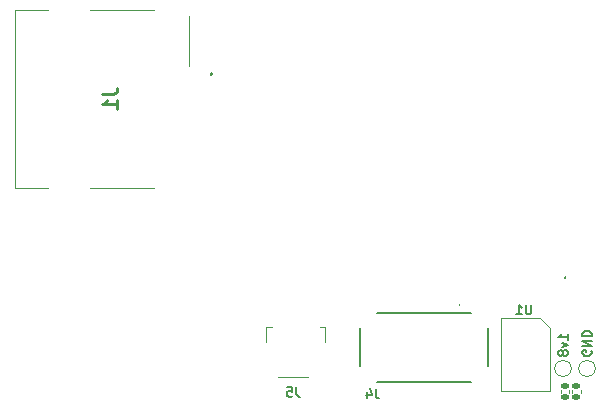
<source format=gbo>
%TF.GenerationSoftware,KiCad,Pcbnew,7.0.1*%
%TF.CreationDate,2024-02-26T17:05:23+01:00*%
%TF.ProjectId,armband,61726d62-616e-4642-9e6b-696361645f70,rev?*%
%TF.SameCoordinates,Original*%
%TF.FileFunction,Legend,Bot*%
%TF.FilePolarity,Positive*%
%FSLAX46Y46*%
G04 Gerber Fmt 4.6, Leading zero omitted, Abs format (unit mm)*
G04 Created by KiCad (PCBNEW 7.0.1) date 2024-02-26 17:05:23*
%MOMM*%
%LPD*%
G01*
G04 APERTURE LIST*
G04 Aperture macros list*
%AMRoundRect*
0 Rectangle with rounded corners*
0 $1 Rounding radius*
0 $2 $3 $4 $5 $6 $7 $8 $9 X,Y pos of 4 corners*
0 Add a 4 corners polygon primitive as box body*
4,1,4,$2,$3,$4,$5,$6,$7,$8,$9,$2,$3,0*
0 Add four circle primitives for the rounded corners*
1,1,$1+$1,$2,$3*
1,1,$1+$1,$4,$5*
1,1,$1+$1,$6,$7*
1,1,$1+$1,$8,$9*
0 Add four rect primitives between the rounded corners*
20,1,$1+$1,$2,$3,$4,$5,0*
20,1,$1+$1,$4,$5,$6,$7,0*
20,1,$1+$1,$6,$7,$8,$9,0*
20,1,$1+$1,$8,$9,$2,$3,0*%
G04 Aperture macros list end*
%ADD10C,0.150000*%
%ADD11C,0.254000*%
%ADD12C,0.120000*%
%ADD13C,0.200000*%
%ADD14C,0.100000*%
%ADD15R,1.700000X1.700000*%
%ADD16O,1.700000X1.700000*%
%ADD17C,1.000000*%
%ADD18RoundRect,0.140000X-0.170000X0.140000X-0.170000X-0.140000X0.170000X-0.140000X0.170000X0.140000X0*%
%ADD19R,0.650000X1.000000*%
%ADD20R,1.000000X0.650000*%
%ADD21R,4.300000X4.300000*%
%ADD22C,0.950000*%
%ADD23R,2.400000X1.100000*%
%ADD24R,1.400000X0.620000*%
%ADD25R,0.500000X0.900000*%
%ADD26C,1.150000*%
%ADD27R,0.750000X0.350000*%
%ADD28R,0.600000X1.550000*%
%ADD29R,1.200000X1.800000*%
G04 APERTURE END LIST*
D10*
X153826095Y-82397523D02*
X153826095Y-81940380D01*
X153826095Y-82168952D02*
X153026095Y-82168952D01*
X153026095Y-82168952D02*
X153140380Y-82092761D01*
X153140380Y-82092761D02*
X153216571Y-82016571D01*
X153216571Y-82016571D02*
X153254666Y-81940380D01*
X153292761Y-82664190D02*
X153826095Y-82854666D01*
X153826095Y-82854666D02*
X153292761Y-83045143D01*
X153368952Y-83464190D02*
X153330857Y-83388000D01*
X153330857Y-83388000D02*
X153292761Y-83349905D01*
X153292761Y-83349905D02*
X153216571Y-83311809D01*
X153216571Y-83311809D02*
X153178476Y-83311809D01*
X153178476Y-83311809D02*
X153102285Y-83349905D01*
X153102285Y-83349905D02*
X153064190Y-83388000D01*
X153064190Y-83388000D02*
X153026095Y-83464190D01*
X153026095Y-83464190D02*
X153026095Y-83616571D01*
X153026095Y-83616571D02*
X153064190Y-83692762D01*
X153064190Y-83692762D02*
X153102285Y-83730857D01*
X153102285Y-83730857D02*
X153178476Y-83768952D01*
X153178476Y-83768952D02*
X153216571Y-83768952D01*
X153216571Y-83768952D02*
X153292761Y-83730857D01*
X153292761Y-83730857D02*
X153330857Y-83692762D01*
X153330857Y-83692762D02*
X153368952Y-83616571D01*
X153368952Y-83616571D02*
X153368952Y-83464190D01*
X153368952Y-83464190D02*
X153407047Y-83388000D01*
X153407047Y-83388000D02*
X153445142Y-83349905D01*
X153445142Y-83349905D02*
X153521333Y-83311809D01*
X153521333Y-83311809D02*
X153673714Y-83311809D01*
X153673714Y-83311809D02*
X153749904Y-83349905D01*
X153749904Y-83349905D02*
X153788000Y-83388000D01*
X153788000Y-83388000D02*
X153826095Y-83464190D01*
X153826095Y-83464190D02*
X153826095Y-83616571D01*
X153826095Y-83616571D02*
X153788000Y-83692762D01*
X153788000Y-83692762D02*
X153749904Y-83730857D01*
X153749904Y-83730857D02*
X153673714Y-83768952D01*
X153673714Y-83768952D02*
X153521333Y-83768952D01*
X153521333Y-83768952D02*
X153445142Y-83730857D01*
X153445142Y-83730857D02*
X153407047Y-83692762D01*
X153407047Y-83692762D02*
X153368952Y-83616571D01*
X155799809Y-83337476D02*
X155837904Y-83413666D01*
X155837904Y-83413666D02*
X155837904Y-83527952D01*
X155837904Y-83527952D02*
X155799809Y-83642238D01*
X155799809Y-83642238D02*
X155723619Y-83718428D01*
X155723619Y-83718428D02*
X155647428Y-83756523D01*
X155647428Y-83756523D02*
X155495047Y-83794619D01*
X155495047Y-83794619D02*
X155380761Y-83794619D01*
X155380761Y-83794619D02*
X155228380Y-83756523D01*
X155228380Y-83756523D02*
X155152190Y-83718428D01*
X155152190Y-83718428D02*
X155076000Y-83642238D01*
X155076000Y-83642238D02*
X155037904Y-83527952D01*
X155037904Y-83527952D02*
X155037904Y-83451761D01*
X155037904Y-83451761D02*
X155076000Y-83337476D01*
X155076000Y-83337476D02*
X155114095Y-83299380D01*
X155114095Y-83299380D02*
X155380761Y-83299380D01*
X155380761Y-83299380D02*
X155380761Y-83451761D01*
X155037904Y-82956523D02*
X155837904Y-82956523D01*
X155837904Y-82956523D02*
X155037904Y-82499380D01*
X155037904Y-82499380D02*
X155837904Y-82499380D01*
X155037904Y-82118428D02*
X155837904Y-82118428D01*
X155837904Y-82118428D02*
X155837904Y-81927952D01*
X155837904Y-81927952D02*
X155799809Y-81813666D01*
X155799809Y-81813666D02*
X155723619Y-81737476D01*
X155723619Y-81737476D02*
X155647428Y-81699381D01*
X155647428Y-81699381D02*
X155495047Y-81661285D01*
X155495047Y-81661285D02*
X155380761Y-81661285D01*
X155380761Y-81661285D02*
X155228380Y-81699381D01*
X155228380Y-81699381D02*
X155152190Y-81737476D01*
X155152190Y-81737476D02*
X155076000Y-81813666D01*
X155076000Y-81813666D02*
X155037904Y-81927952D01*
X155037904Y-81927952D02*
X155037904Y-82118428D01*
D11*
%TO.C,J1*%
X114417526Y-61576667D02*
X115324669Y-61576667D01*
X115324669Y-61576667D02*
X115506097Y-61516190D01*
X115506097Y-61516190D02*
X115627050Y-61395238D01*
X115627050Y-61395238D02*
X115687526Y-61213809D01*
X115687526Y-61213809D02*
X115687526Y-61092857D01*
X115687526Y-62846667D02*
X115687526Y-62120952D01*
X115687526Y-62483809D02*
X114417526Y-62483809D01*
X114417526Y-62483809D02*
X114598954Y-62362857D01*
X114598954Y-62362857D02*
X114719907Y-62241905D01*
X114719907Y-62241905D02*
X114780383Y-62120952D01*
D10*
%TO.C,J4*%
X137566666Y-86570095D02*
X137566666Y-87141523D01*
X137566666Y-87141523D02*
X137604761Y-87255809D01*
X137604761Y-87255809D02*
X137680952Y-87332000D01*
X137680952Y-87332000D02*
X137795237Y-87370095D01*
X137795237Y-87370095D02*
X137871428Y-87370095D01*
X136842856Y-86836761D02*
X136842856Y-87370095D01*
X137033332Y-86532000D02*
X137223809Y-87103428D01*
X137223809Y-87103428D02*
X136728570Y-87103428D01*
%TO.C,U1*%
X150709523Y-79453095D02*
X150709523Y-80100714D01*
X150709523Y-80100714D02*
X150671428Y-80176904D01*
X150671428Y-80176904D02*
X150633333Y-80215000D01*
X150633333Y-80215000D02*
X150557142Y-80253095D01*
X150557142Y-80253095D02*
X150404761Y-80253095D01*
X150404761Y-80253095D02*
X150328571Y-80215000D01*
X150328571Y-80215000D02*
X150290476Y-80176904D01*
X150290476Y-80176904D02*
X150252380Y-80100714D01*
X150252380Y-80100714D02*
X150252380Y-79453095D01*
X149452381Y-80253095D02*
X149909524Y-80253095D01*
X149680952Y-80253095D02*
X149680952Y-79453095D01*
X149680952Y-79453095D02*
X149757143Y-79567380D01*
X149757143Y-79567380D02*
X149833333Y-79643571D01*
X149833333Y-79643571D02*
X149909524Y-79681666D01*
%TO.C,J5*%
X130822666Y-86438095D02*
X130822666Y-87009523D01*
X130822666Y-87009523D02*
X130860761Y-87123809D01*
X130860761Y-87123809D02*
X130936952Y-87200000D01*
X130936952Y-87200000D02*
X131051237Y-87238095D01*
X131051237Y-87238095D02*
X131127428Y-87238095D01*
X130060761Y-86438095D02*
X130441713Y-86438095D01*
X130441713Y-86438095D02*
X130479809Y-86819047D01*
X130479809Y-86819047D02*
X130441713Y-86780952D01*
X130441713Y-86780952D02*
X130365523Y-86742857D01*
X130365523Y-86742857D02*
X130175047Y-86742857D01*
X130175047Y-86742857D02*
X130098856Y-86780952D01*
X130098856Y-86780952D02*
X130060761Y-86819047D01*
X130060761Y-86819047D02*
X130022666Y-86895238D01*
X130022666Y-86895238D02*
X130022666Y-87085714D01*
X130022666Y-87085714D02*
X130060761Y-87161904D01*
X130060761Y-87161904D02*
X130098856Y-87200000D01*
X130098856Y-87200000D02*
X130175047Y-87238095D01*
X130175047Y-87238095D02*
X130365523Y-87238095D01*
X130365523Y-87238095D02*
X130441713Y-87200000D01*
X130441713Y-87200000D02*
X130479809Y-87161904D01*
D12*
%TO.C,TP5*%
X154116000Y-84836000D02*
G75*
G03*
X154116000Y-84836000I-700000J0D01*
G01*
%TO.C,C25*%
X153960000Y-86692164D02*
X153960000Y-86907836D01*
X153240000Y-86692164D02*
X153240000Y-86907836D01*
D13*
%TO.C,IC1*%
X153600000Y-77200000D02*
X153600000Y-77200000D01*
X153600000Y-77200000D02*
X153600000Y-77200000D01*
X153600000Y-77100000D02*
X153600000Y-77100000D01*
X153600000Y-77100000D02*
G75*
G03*
X153600000Y-77200000I0J-50000D01*
G01*
X153600000Y-77100000D02*
G75*
G03*
X153600000Y-77200000I0J-50000D01*
G01*
X153600000Y-77200000D02*
G75*
G03*
X153600000Y-77100000I0J50000D01*
G01*
D14*
%TO.C,J1*%
X107025000Y-69525000D02*
X107025000Y-54475000D01*
X109775000Y-69525000D02*
X107025000Y-69525000D01*
X118775000Y-69525000D02*
X113350000Y-69525000D01*
D13*
X123650000Y-60000000D02*
X123650000Y-60000000D01*
X123650000Y-59800000D02*
X123650000Y-59800000D01*
D14*
X121775000Y-59200000D02*
X121775000Y-55000000D01*
X107025000Y-54475000D02*
X109775000Y-54475000D01*
X118775000Y-54475000D02*
X113350000Y-54475000D01*
D13*
X123650000Y-59800000D02*
G75*
G03*
X123650000Y-60000000I0J-100000D01*
G01*
X123650000Y-60000000D02*
G75*
G03*
X123650000Y-59800000I0J100000D01*
G01*
%TO.C,J4*%
X147049998Y-81447500D02*
X147049998Y-84647500D01*
X145629998Y-85977500D02*
X137629998Y-85977500D01*
X145629998Y-80117500D02*
X137629998Y-80117500D01*
D14*
X144604998Y-79447500D02*
X144604998Y-79447500D01*
X144604998Y-79347500D02*
X144604998Y-79347500D01*
D13*
X136209998Y-84647500D02*
X136209998Y-81447500D01*
D14*
X144604998Y-79347500D02*
G75*
G03*
X144604998Y-79447500I0J-50000D01*
G01*
X144604998Y-79447500D02*
G75*
G03*
X144604998Y-79347500I0J50000D01*
G01*
D12*
%TO.C,C24*%
X154910000Y-86692164D02*
X154910000Y-86907836D01*
X154190000Y-86692164D02*
X154190000Y-86907836D01*
%TO.C,U1*%
X151475000Y-80575000D02*
X148125000Y-80575000D01*
X148125000Y-80575000D02*
X148125000Y-86725000D01*
X152275000Y-81375000D02*
X151475000Y-80575000D01*
X152275000Y-86725000D02*
X152275000Y-81375000D01*
X148125000Y-86725000D02*
X152275000Y-86725000D01*
D14*
%TO.C,J5*%
X133300000Y-82584500D02*
X133300000Y-81297500D01*
X133300000Y-81297500D02*
X132800000Y-81297500D01*
X131800000Y-85547500D02*
X129300000Y-85547500D01*
X128300000Y-82584500D02*
X128300000Y-81297500D01*
X128300000Y-81297500D02*
X128800000Y-81297500D01*
D12*
%TO.C,TP7*%
X156148000Y-84836000D02*
G75*
G03*
X156148000Y-84836000I-700000J0D01*
G01*
%TD*%
%LPC*%
D15*
%TO.C,J7*%
X122700000Y-84900000D03*
D16*
X122700000Y-82360000D03*
X122700000Y-79820000D03*
X122700000Y-77280000D03*
X122700000Y-74740000D03*
X122700000Y-72200000D03*
%TD*%
D17*
%TO.C,TP5*%
X153416000Y-84836000D03*
%TD*%
D18*
%TO.C,C25*%
X153600000Y-86320000D03*
X153600000Y-87280000D03*
%TD*%
D19*
%TO.C,IC1*%
X153600000Y-76175000D03*
X152600000Y-76175000D03*
X151600000Y-76175000D03*
X150600000Y-76175000D03*
X149600000Y-76175000D03*
X148600000Y-76175000D03*
X147600000Y-76175000D03*
X146600000Y-76175000D03*
X145600000Y-76175000D03*
X144600000Y-76175000D03*
X143600000Y-76175000D03*
X142600000Y-76175000D03*
X141600000Y-76175000D03*
X140600000Y-76175000D03*
X139600000Y-76175000D03*
X138600000Y-76175000D03*
X137600000Y-76175000D03*
X136600000Y-76175000D03*
X135600000Y-76175000D03*
X134600000Y-76175000D03*
X133600000Y-76175000D03*
X132600000Y-76175000D03*
X131600000Y-76175000D03*
X130600000Y-76175000D03*
X129600000Y-76175000D03*
D20*
X128425000Y-75000000D03*
X128425000Y-74000000D03*
X128425000Y-73000000D03*
X128425000Y-72000000D03*
X128425000Y-71000000D03*
X128425000Y-70000000D03*
X128425000Y-69000000D03*
X128425000Y-68000000D03*
X128425000Y-67000000D03*
X128425000Y-66000000D03*
X128425000Y-65000000D03*
X128425000Y-64000000D03*
X128425000Y-63000000D03*
X128425000Y-62000000D03*
X128425000Y-61000000D03*
X128425000Y-60000000D03*
X128425000Y-59000000D03*
X128425000Y-58000000D03*
X128425000Y-57000000D03*
X128425000Y-56000000D03*
X128425000Y-55000000D03*
X128425000Y-54000000D03*
X128425000Y-53000000D03*
X128425000Y-52000000D03*
X128425000Y-51000000D03*
D19*
X129600000Y-49825000D03*
X130600000Y-49825000D03*
X131600000Y-49825000D03*
X132600000Y-49825000D03*
X133600000Y-49825000D03*
X134600000Y-49825000D03*
X135600000Y-49825000D03*
X136600000Y-49825000D03*
X137600000Y-49825000D03*
X138600000Y-49825000D03*
X139600000Y-49825000D03*
X140600000Y-49825000D03*
X141600000Y-49825000D03*
X142600000Y-49825000D03*
X143600000Y-49825000D03*
X144600000Y-49825000D03*
X145600000Y-49825000D03*
X146600000Y-49825000D03*
X147600000Y-49825000D03*
X148600000Y-49825000D03*
X149600000Y-49825000D03*
X150600000Y-49825000D03*
X151600000Y-49825000D03*
X152600000Y-49825000D03*
X153600000Y-49825000D03*
D20*
X154775000Y-51000000D03*
X154775000Y-52000000D03*
X154775000Y-53000000D03*
X154775000Y-54000000D03*
X154775000Y-55000000D03*
X154775000Y-56000000D03*
X154775000Y-57000000D03*
X154775000Y-58000000D03*
X154775000Y-59000000D03*
X154775000Y-60000000D03*
X154775000Y-61000000D03*
X154775000Y-62000000D03*
X154775000Y-63000000D03*
X154775000Y-64000000D03*
X154775000Y-65000000D03*
X154775000Y-66000000D03*
X154775000Y-67000000D03*
X154775000Y-68000000D03*
X154775000Y-69000000D03*
X154775000Y-70000000D03*
X154775000Y-71000000D03*
X154775000Y-72000000D03*
X154775000Y-73000000D03*
X154775000Y-74000000D03*
X154775000Y-75000000D03*
D21*
X151600000Y-73000000D03*
X151600000Y-68000000D03*
X151600000Y-63000000D03*
X151600000Y-58000000D03*
X151600000Y-53000000D03*
X146600000Y-73000000D03*
X146600000Y-68000000D03*
X146600000Y-63000000D03*
X146600000Y-58000000D03*
X146600000Y-53000000D03*
X141600000Y-73000000D03*
X141600000Y-68000000D03*
X141600000Y-63000000D03*
X141600000Y-58000000D03*
X141600000Y-53000000D03*
X136600000Y-73000000D03*
X136600000Y-63000000D03*
X136600000Y-58000000D03*
X136600000Y-53000000D03*
X131600000Y-73000000D03*
X131600000Y-68000000D03*
X131600000Y-63000000D03*
X131600000Y-58000000D03*
X131600000Y-53000000D03*
D17*
X137600000Y-69000000D03*
X135600000Y-69000000D03*
X136600000Y-68000000D03*
X137600000Y-67000000D03*
X135600000Y-67000000D03*
%TD*%
D22*
%TO.C,J1*%
X111055000Y-65395000D03*
X111055000Y-58795000D03*
D23*
X120475000Y-70075000D03*
X111475000Y-70075000D03*
X111475000Y-53925000D03*
X120475000Y-53925000D03*
D24*
X122475000Y-59895000D03*
X122475000Y-60995000D03*
X122475000Y-62095000D03*
X122475000Y-63195000D03*
X122475000Y-64295000D03*
X122475000Y-65395000D03*
X122475000Y-66495000D03*
X122475000Y-67595000D03*
X122475000Y-68695000D03*
%TD*%
D25*
%TO.C,J4*%
X144604998Y-80947500D03*
X143754998Y-80947500D03*
X142904998Y-80947500D03*
X142054998Y-80947500D03*
X141204998Y-80947500D03*
X140354998Y-80947500D03*
X139504998Y-80947500D03*
X138654998Y-80947500D03*
X138654998Y-85147500D03*
X139504998Y-85147500D03*
X140354998Y-85147500D03*
X141204998Y-85147500D03*
X142054998Y-85147500D03*
X142904998Y-85147500D03*
X143754998Y-85147500D03*
X144604998Y-85147500D03*
D26*
X146749998Y-80467500D03*
X136509998Y-80467500D03*
X136509998Y-85627500D03*
X146749998Y-85627500D03*
%TD*%
D18*
%TO.C,C24*%
X154550000Y-86320000D03*
X154550000Y-87280000D03*
%TD*%
D27*
%TO.C,U1*%
X151400000Y-81250000D03*
X151400000Y-82050000D03*
X151400000Y-82850000D03*
X151400000Y-83650000D03*
X151400000Y-84450000D03*
X151400000Y-85250000D03*
X151400000Y-86050000D03*
X149000000Y-86050000D03*
X149000000Y-85250000D03*
X149000000Y-84450000D03*
X149000000Y-83650000D03*
X149000000Y-82850000D03*
X149000000Y-82050000D03*
X149000000Y-81250000D03*
%TD*%
D28*
%TO.C,J5*%
X131800000Y-80621500D03*
X130800000Y-80621500D03*
X129800000Y-80621500D03*
D29*
X133100000Y-84497500D03*
X128500000Y-84497500D03*
%TD*%
D17*
%TO.C,TP7*%
X155448000Y-84836000D03*
%TD*%
M02*

</source>
